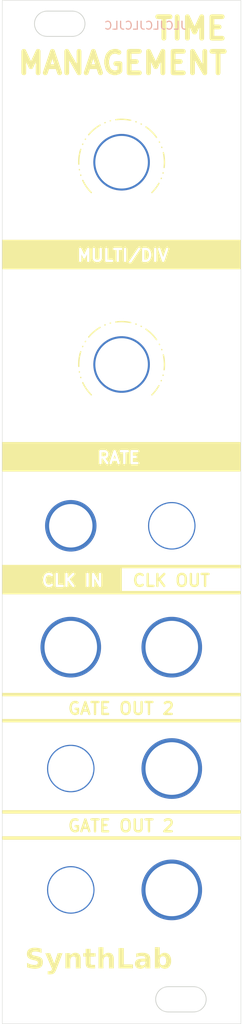
<source format=kicad_pcb>
(kicad_pcb (version 20240108) (generator "pcbnew") (generator_version "8.0")
  (layers (0 "F.Cu" signal) (31 "B.Cu" signal) (34 "B.Paste" user) (35 "F.Paste" user) (36 "B.SilkS" user "B.Silkscreen") (37 "F.SilkS" user "F.Silkscreen") (38 "B.Mask" user) (39 "F.Mask" user) (44 "Edge.Cuts" user))
  (net 0 "")
  (footprint "PCM_4ms_Faceplate:Faceplate_Hole_SubMini_Toggle_HoleSize5.5mm" (layer "F.Cu") (at 59.65 116.772081)
    (property "Reference" "REF**" (hide yes))
    (property "Value" "Faceplate_Hole_SubMini_Toggle_HoleSize5.5mm" (hide yes))
    (pad "" thru_hole circle (at 0 0) (size 6.469 6.469) (drill 5.453) (layers "*.Cu" "*.Mask"))
  )
  (footprint "PCM_4ms_Faceplate:Faceplate_Hole_LED_Button_5.4mm_With_Mask_Opening" (layer "F.Cu") (at 59.65 162.492081)
    (property "Reference" "REF**" (hide yes))
    (property "Value" "Faceplate_Hole_LED_Button_5.4mm_With_Mask_Opening" (hide yes))
    (pad "" thru_hole circle (at 0 0) (size 5.969 5.969) (drill 5.6642) (layers "*.Cu" "*.Mask"))
  )
  (footprint "PCM_4ms_Faceplate:Faceplate_Hole_LED_Button_5.4mm_With_Mask_Opening" (layer "F.Cu") (at 59.65 147.252081)
    (property "Reference" "REF**" (hide yes))
    (property "Value" "Faceplate_Hole_LED_Button_5.4mm_With_Mask_Opening" (hide yes))
    (pad "" thru_hole circle (at 0 0) (size 5.969 5.969) (drill 5.6642) (layers "*.Cu" "*.Mask"))
  )
  (footprint "PCM_4ms_Faceplate:Faceplate_Hole_Jack_3.5mm" (layer "F.Cu") (at 72.35 162.492081)
    (property "Reference" "REF**" (hide yes))
    (property "Value" "GND" (hide yes))
    (pad "" thru_hole circle (at 0 0) (size 7.62 7.62) (drill 6.604) (layers "*.Cu" "*.Mask"))
  )
  (footprint "PCM_4ms_Faceplate:Faceplate_Hole_Jack_3.5mm" (layer "F.Cu") (at 72.35 132.012081)
    (property "Reference" "REF**" (hide yes))
    (property "Value" "GND" (hide yes))
    (pad "" thru_hole circle (at 0 0) (size 7.62 7.62) (drill 6.604) (layers "*.Cu" "*.Mask"))
  )
  (footprint "PCM_4ms_Faceplate:Faceplate_Hole_Jack_3.5mm" (layer "F.Cu") (at 72.35 147.252081)
    (property "Reference" "REF**" (hide yes))
    (property "Value" "GND" (hide yes))
    (pad "" thru_hole circle (at 0 0) (size 7.62 7.62) (drill 6.604) (layers "*.Cu" "*.Mask"))
  )
  (footprint "PCM_4ms_Faceplate:Faceplate_Rail_Mount_Slot" (layer "F.Cu") (at 58.26 53.732081)
    (property "Reference" "REF**" (hide yes))
    (property "Value" "Rail_mount_slot" (hide yes))
    (fp_line (start -1.5875 -1.5875) (end 1.5875 -1.5875) (stroke (width 0.1)) (layer "Edge.Cuts"))
    (fp_line (start -1.5875 1.5875) (end 1.5875 1.5875) (stroke (width 0.1)) (layer "Edge.Cuts"))
    (fp_arc (start -1.5875 1.5875) (mid -3.175 0) (end -1.5875 -1.5875) (stroke (width 0.1)) (layer "Edge.Cuts"))
    (fp_arc (start 1.5875 -1.5875) (mid 3.175 0) (end 1.5875 1.5875) (stroke (width 0.1)) (layer "Edge.Cuts"))
  )
  (footprint "PCM_4ms_Faceplate:Faceplate_Hole_Pot_9mm" (layer "F.Cu") (at 66.04 71.12)
    (property "Reference" "REF**" (hide yes))
    (property "Value" "Faceplate_Hole_Pot_9mm" (hide yes))
    (pad "" thru_hole circle (at 0 0) (size 7.112 7.112) (drill 6.604) (layers "*.Cu" "*.Mask"))
  )
  (footprint "PCM_4ms_Faceplate:Faceplate_Rail_Mount_Slot" (layer "F.Cu") (at 73.5 176.232081)
    (property "Reference" "REF**" (hide yes))
    (property "Value" "Rail_mount_slot" (hide yes))
    (fp_line (start -1.5875 -1.5875) (end 1.5875 -1.5875) (stroke (width 0.1)) (layer "Edge.Cuts"))
    (fp_line (start -1.5875 1.5875) (end 1.5875 1.5875) (stroke (width 0.1)) (layer "Edge.Cuts"))
    (fp_arc (start -1.5875 1.5875) (mid -3.175 0) (end -1.5875 -1.5875) (stroke (width 0.1)) (layer "Edge.Cuts"))
    (fp_arc (start 1.5875 -1.5875) (mid 3.175 0) (end 1.5875 1.5875) (stroke (width 0.1)) (layer "Edge.Cuts"))
  )
  (footprint "PCM_4ms_Faceplate:Faceplate_Hole_Jack_3.5mm" (layer "F.Cu") (at 59.65 132.012081)
    (property "Reference" "REF**" (hide yes))
    (property "Value" "GND" (hide yes))
    (pad "" thru_hole circle (at 0 0) (size 7.62 7.62) (drill 6.604) (layers "*.Cu" "*.Mask"))
  )
  (footprint "PCM_4ms_Faceplate:Faceplate_Hole_Pot_9mm" (layer "F.Cu") (at 66.04 96.52)
    (property "Reference" "REF**" (hide yes))
    (property "Value" "Faceplate_Hole_Pot_9mm" (hide yes))
    (pad "" thru_hole circle (at 0 0) (size 7.112 7.112) (drill 6.604) (layers "*.Cu" "*.Mask"))
  )
  (footprint "PCM_4ms_Faceplate:Faceplate_Hole_LED_Button_5.4mm_With_Mask_Opening" (layer "F.Cu") (at 72.35 116.772081)
    (property "Reference" "REF**" (hide yes))
    (property "Value" "Faceplate_Hole_LED_Button_5.4mm_With_Mask_Opening" (hide yes))
    (pad "" thru_hole circle (at 0 0) (size 5.969 5.969) (drill 5.6642) (layers "*.Cu" "*.Mask"))
  )
  (gr_line (start 66 122.029881) (end 66 125.027081) (stroke (width 0.15)) (layer "F.SilkS"))
  (gr_rect (start 51.0648 84.209281) (end 80.9352 84.488681) (stroke (width 0.15)) (fill solid) (layer "F.SilkS"))
  (gr_arc (start 62.23 74.93) (mid 66.04 65.731846) (end 69.85 74.93) (stroke (width 0.1705) (type dash_dot_dot)) (layer "F.SilkS"))
  (gr_rect (start 51.0648 137.828681) (end 80.9352 138.108081) (stroke (width 0.15)) (fill solid) (layer "F.SilkS"))
  (gr_rect (start 55.9416 121.953681) (end 65.9238 122.537881) (stroke (width 0.15)) (fill solid) (layer "F.SilkS"))
  (gr_rect (start 51.0648 141.105281) (end 80.9352 141.384681) (stroke (width 0.15)) (fill solid) (layer "F.SilkS"))
  (gr_rect (start 63.6632 122.537881) (end 65.9238 124.569881) (stroke (width 0.15)) (fill solid) (layer "F.SilkS"))
  (gr_rect (start 51.0648 152.560681) (end 80.9352 152.840081) (stroke (width 0.15)) (fill solid) (layer "F.SilkS"))
  (gr_rect (start 62.825 83.802881) (end 68.54 84.260081) (stroke (width 0.15)) (fill solid) (layer "F.SilkS"))
  (gr_rect (start 51.0648 121.953681) (end 55.9416 125.077881) (stroke (width 0.15)) (fill solid) (layer "F.SilkS"))
  (gr_rect (start 51.0648 125.027081) (end 80.9352 125.306481) (stroke (width 0.15)) (fill solid) (layer "F.SilkS"))
  (gr_rect (start 62.825 106.612081) (end 68.54 107.120081) (stroke (width 0.15)) (fill solid) (layer "F.SilkS"))
  (gr_rect (start 60.539 81.262881) (end 72.096 81.770881) (stroke (width 0.15)) (fill solid) (layer "F.SilkS"))
  (gr_rect (start 68.286 106.472381) (end 80.9352 109.787081) (stroke (width 0.15)) (fill solid) (layer "F.SilkS"))
  (gr_rect (start 62.825 109.152081) (end 68.54 109.609281) (stroke (width 0.15)) (fill solid) (layer "F.SilkS"))
  (gr_rect (start 51.0648 121.750481) (end 80.9352 122.029881) (stroke (width 0.15)) (fill solid) (layer "F.SilkS"))
  (gr_rect (start 51.0648 106.612081) (end 63.079 109.609281) (stroke (width 0.15)) (fill solid) (layer "F.SilkS"))
  (gr_arc (start 62.23 100.33) (mid 66.04 91.131846) (end 69.85 100.33) (stroke (width 0.1705) (type dash_dot_dot)) (layer "F.SilkS"))
  (gr_rect (start 51.0648 81.262881) (end 60.539 84.260081) (stroke (width 0.15)) (fill solid) (layer "F.SilkS"))
  (gr_rect (start 51.0648 155.837281) (end 80.9352 156.116681) (stroke (width 0.15)) (fill solid) (layer "F.SilkS"))
  (gr_rect (start 51.0648 109.609281) (end 80.9352 109.888681) (stroke (width 0.15)) (fill solid) (layer "F.SilkS"))
  (gr_rect (start 56.0178 124.569881) (end 66 125.154081) (stroke (width 0.15)) (fill solid) (layer "F.SilkS"))
  (gr_rect (start 51.0648 106.332681) (end 80.9352 106.612081) (stroke (width 0.15)) (fill solid) (layer "F.SilkS"))
  (gr_rect (start 51.0648 80.932681) (end 80.9352 81.212081) (stroke (width 0.15)) (fill solid) (layer "F.SilkS"))
  (gr_rect (start 72.096 81.123181) (end 80.9352 84.437881) (stroke (width 0.15)) (fill solid) (layer "F.SilkS"))
  (gr_rect (start 51.04 50.8) (end 81.04 179.3) (stroke (width 0.05)) (fill none) (layer "Edge.Cuts"))
  (gr_text "JLCJLCJLCJLC" (at 74.255 54.542081 0) (layer "B.SilkS") (effects (font (size 1 1)) (justify left bottom mirror)))
  (gr_text "CLK IN" (at 55.84 124.519081 0) (layer "F.SilkS" knockout) (effects (font (size 1.5 1.5) (thickness 0.3) (bold yes)) (justify left bottom)))
  (gr_text "MULTI/DIV" (at 60.285 83.701281 0) (layer "F.SilkS" knockout) (effects (font (size 1.5 1.5) (thickness 0.3) (bold yes)) (justify left bottom)))
  (gr_text "GATE OUT 2" (at 59.142 140.597281 0) (layer "F.SilkS") (effects (font (size 1.5 1.5) (thickness 0.3) (bold yes)) (justify left bottom)))
  (gr_text "GATE OUT 2" (at 59.142 155.329281 0) (layer "F.SilkS") (effects (font (size 1.5 1.5) (thickness 0.3) (bold yes)) (justify left bottom)))
  (gr_text "SynthLab" (at 53.880867 172.770698 0) (layer "F.SilkS") (effects (font (size 2.5 2.5) (thickness 0.3) (bold yes)) (justify left bottom)))
  (gr_text "RATE" (at 62.825 109.101281 0) (layer "F.SilkS" knockout) (effects (font (size 1.5 1.5) (thickness 0.3) (bold yes)) (justify left bottom)))
  (gr_text "TIME\nMANAGEMENT" (at 79.596 60.257081 0) (layer "F.SilkS") (effects (font (size 2.7 2.7) (thickness 0.6) (bold yes)) (justify right bottom)))
  (gr_text "CLK OUT" (at 67.27 124.519081 0) (layer "F.SilkS") (effects (font (size 1.5 1.5) (thickness 0.3) (bold yes)) (justify left bottom)))
)
</source>
